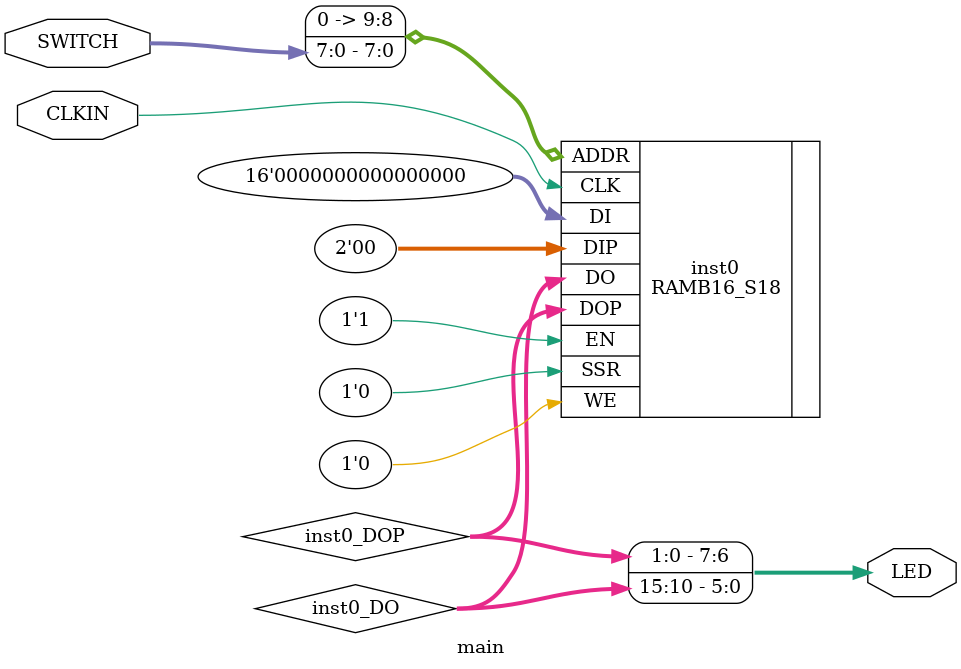
<source format=v>
module main (output [7:0] LED, input  CLKIN, input [7:0] SWITCH);
wire [15:0] inst0_DO;
wire [1:0] inst0_DOP;
RAMB16_S18 #(.INIT_39(256'h7C007800740070006C006800640060005C005800540050004C00480044004000),
.INIT_2A(256'hBC00B800B400B000AC00A800A400A0009C009800940090008C00880084008000),
.INIT_2B(256'hFC00F800F400F000EC00E800E400E000DC00D800D400D000CC00C800C400C000),
.INIT_2C(256'h3C003800340030002C002800240020001C001800140010000C00080004000000),
.INIT_2D(256'h7C007800740070006C006800640060005C005800540050004C00480044004000),
.INIT_2E(256'hBC00B800B400B000AC00A800A400A0009C009800940090008C00880084008000),
.INIT_2F(256'hFC00F800F400F000EC00E800E400E000DC00D800D400D000CC00C800C400C000),
.INIT_0B(256'hFC00F800F400F000EC00E800E400E000DC00D800D400D000CC00C800C400C000),
.INIT_0C(256'h3C003800340030002C002800240020001C001800140010000C00080004000000),
.INIT_0A(256'hBC00B800B400B000AC00A800A400A0009C009800940090008C00880084008000),
.INIT_0F(256'hFC00F800F400F000EC00E800E400E000DC00D800D400D000CC00C800C400C000),
.INIT_0D(256'h7C007800740070006C006800640060005C005800540050004C00480044004000),
.INIT_0E(256'hBC00B800B400B000AC00A800A400A0009C009800940090008C00880084008000),
.WRITE_MODE("WRITE_FIRST"),
.INIT_15(256'h7C007800740070006C006800640060005C005800540050004C00480044004000),
.INIT_14(256'h3C003800340030002C002800240020001C001800140010000C00080004000000),
.INIT_17(256'hFC00F800F400F000EC00E800E400E000DC00D800D400D000CC00C800C400C000),
.INIT_16(256'hBC00B800B400B000AC00A800A400A0009C009800940090008C00880084008000),
.INIT_11(256'h7C007800740070006C006800640060005C005800540050004C00480044004000),
.INIT_10(256'h3C003800340030002C002800240020001C001800140010000C00080004000000),
.INIT_13(256'hFC00F800F400F000EC00E800E400E000DC00D800D400D000CC00C800C400C000),
.INIT_12(256'hBC00B800B400B000AC00A800A400A0009C009800940090008C00880084008000),
.INIT_19(256'h7C007800740070006C006800640060005C005800540050004C00480044004000),
.INIT_18(256'h3C003800340030002C002800240020001C001800140010000C00080004000000),
.INIT(18'h00000),
.INIT_38(256'h3C003800340030002C002800240020001C001800140010000C00080004000000),
.INITP_01(256'hFFFFFFFFFFFFFFFFFFFFFFFFFFFFFFFFAAAAAAAAAAAAAAAAAAAAAAAAAAAAAAAA),
.INIT_32(256'hBC00B800B400B000AC00A800A400A0009C009800940090008C00880084008000),
.INITP_03(256'hFFFFFFFFFFFFFFFFFFFFFFFFFFFFFFFFAAAAAAAAAAAAAAAAAAAAAAAAAAAAAAAA),
.INITP_02(256'h5555555555555555555555555555555500000000000000000000000000000000),
.INIT_37(256'hFC00F800F400F000EC00E800E400E000DC00D800D400D000CC00C800C400C000),
.INIT_36(256'hBC00B800B400B000AC00A800A400A0009C009800940090008C00880084008000),
.INIT_35(256'h7C007800740070006C006800640060005C005800540050004C00480044004000),
.INIT_34(256'h3C003800340030002C002800240020001C001800140010000C00080004000000),
.INIT_05(256'h7C007800740070006C006800640060005C005800540050004C00480044004000),
.SRVAL(18'h00000),
.INIT_3C(256'h3C003800340030002C002800240020001C001800140010000C00080004000000),
.INIT_3B(256'hFC00F800F400F000EC00E800E400E000DC00D800D400D000CC00C800C400C000),
.INIT_3A(256'hBC00B800B400B000AC00A800A400A0009C009800940090008C00880084008000),
.INIT_01(256'h7C007800740070006C006800640060005C005800540050004C00480044004000),
.INIT_3F(256'hFC00F800F400F000EC00E800E400E000DC00D800D400D000CC00C800C400C000),
.INIT_3E(256'hBC00B800B400B000AC00A800A400A0009C009800940090008C00880084008000),
.INIT_3D(256'h7C007800740070006C006800640060005C005800540050004C00480044004000),
.INIT_1E(256'hBC00B800B400B000AC00A800A400A0009C009800940090008C00880084008000),
.INIT_33(256'hFC00F800F400F000EC00E800E400E000DC00D800D400D000CC00C800C400C000),
.INIT_1F(256'hFC00F800F400F000EC00E800E400E000DC00D800D400D000CC00C800C400C000),
.INIT_1A(256'hBC00B800B400B000AC00A800A400A0009C009800940090008C00880084008000),
.INITP_00(256'h5555555555555555555555555555555500000000000000000000000000000000),
.INIT_1C(256'h3C003800340030002C002800240020001C001800140010000C00080004000000),
.INIT_1B(256'hFC00F800F400F000EC00E800E400E000DC00D800D400D000CC00C800C400C000),
.INIT_31(256'h7C007800740070006C006800640060005C005800540050004C00480044004000),
.INIT_02(256'hBC00B800B400B000AC00A800A400A0009C009800940090008C00880084008000),
.INIT_03(256'hFC00F800F400F000EC00E800E400E000DC00D800D400D000CC00C800C400C000),
.INIT_00(256'h3C003800340030002C002800240020001C001800140010000C00080004000000),
.INIT_30(256'h3C003800340030002C002800240020001C001800140010000C00080004000000),
.INIT_06(256'hBC00B800B400B000AC00A800A400A0009C009800940090008C00880084008000),
.INIT_07(256'hFC00F800F400F000EC00E800E400E000DC00D800D400D000CC00C800C400C000),
.INIT_04(256'h3C003800340030002C002800240020001C001800140010000C00080004000000),
.INIT_1D(256'h7C007800740070006C006800640060005C005800540050004C00480044004000),
.INITP_05(256'hFFFFFFFFFFFFFFFFFFFFFFFFFFFFFFFFAAAAAAAAAAAAAAAAAAAAAAAAAAAAAAAA),
.INIT_08(256'h3C003800340030002C002800240020001C001800140010000C00080004000000),
.INIT_09(256'h7C007800740070006C006800640060005C005800540050004C00480044004000),
.INITP_04(256'h5555555555555555555555555555555500000000000000000000000000000000),
.INIT_28(256'h3C003800340030002C002800240020001C001800140010000C00080004000000),
.INIT_29(256'h7C007800740070006C006800640060005C005800540050004C00480044004000),
.INITP_07(256'hFFFFFFFFFFFFFFFFFFFFFFFFFFFFFFFFAAAAAAAAAAAAAAAAAAAAAAAAAAAAAAAA),
.INIT_23(256'hFC00F800F400F000EC00E800E400E000DC00D800D400D000CC00C800C400C000),
.INIT_20(256'h3C003800340030002C002800240020001C001800140010000C00080004000000),
.INIT_21(256'h7C007800740070006C006800640060005C005800540050004C00480044004000),
.INIT_22(256'hBC00B800B400B000AC00A800A400A0009C009800940090008C00880084008000),
.INITP_06(256'h5555555555555555555555555555555500000000000000000000000000000000),
.INIT_24(256'h3C003800340030002C002800240020001C001800140010000C00080004000000),
.INIT_25(256'h7C007800740070006C006800640060005C005800540050004C00480044004000),
.INIT_26(256'hBC00B800B400B000AC00A800A400A0009C009800940090008C00880084008000),
.INIT_27(256'hFC00F800F400F000EC00E800E400E000DC00D800D400D000CC00C800C400C000)) inst0 (.DI({1'b0,1'b0,1'b0,1'b0,1'b0,1'b0,1'b0,1'b0,1'b0,1'b0,1'b0,1'b0,1'b0,1'b0,1'b0,1'b0}), .DIP({1'b0,1'b0}), .DO(inst0_DO), .DOP(inst0_DOP), .ADDR({1'b0,1'b0,SWITCH[7],SWITCH[6],SWITCH[5],SWITCH[4],SWITCH[3],SWITCH[2],SWITCH[1],SWITCH[0]}), .CLK(CLKIN), .EN(1'b1), .SSR(1'b0), .WE(1'b0));
assign LED = {inst0_DOP[1],inst0_DOP[0],inst0_DO[15],inst0_DO[14],inst0_DO[13],inst0_DO[12],inst0_DO[11],inst0_DO[10]};
endmodule


</source>
